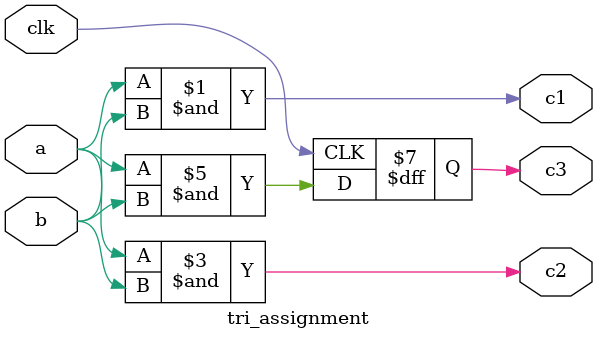
<source format=v>
module tri_assignment(
input wire clk,
input wire a,
input wire b,
output wire c1,
output reg c2,//c2是一个线网 不是存储器不能进行赋值 ；wire类型的不能设置初始值
output reg c3=1'b0
	);
//组合逻辑
assign c1 = a&b;
//always
//按照电平触发(always实现组合逻辑)
// always@(*)begin 
// 如果敏感列表触发电平信号不全导致锁存器的产生
always @(a or b) begin
c2 = a&b;
end
//时序逻辑
//按照上升沿触发
always @(posedge clk) begin
c3 <= a&b;
end

endmodule
</source>
